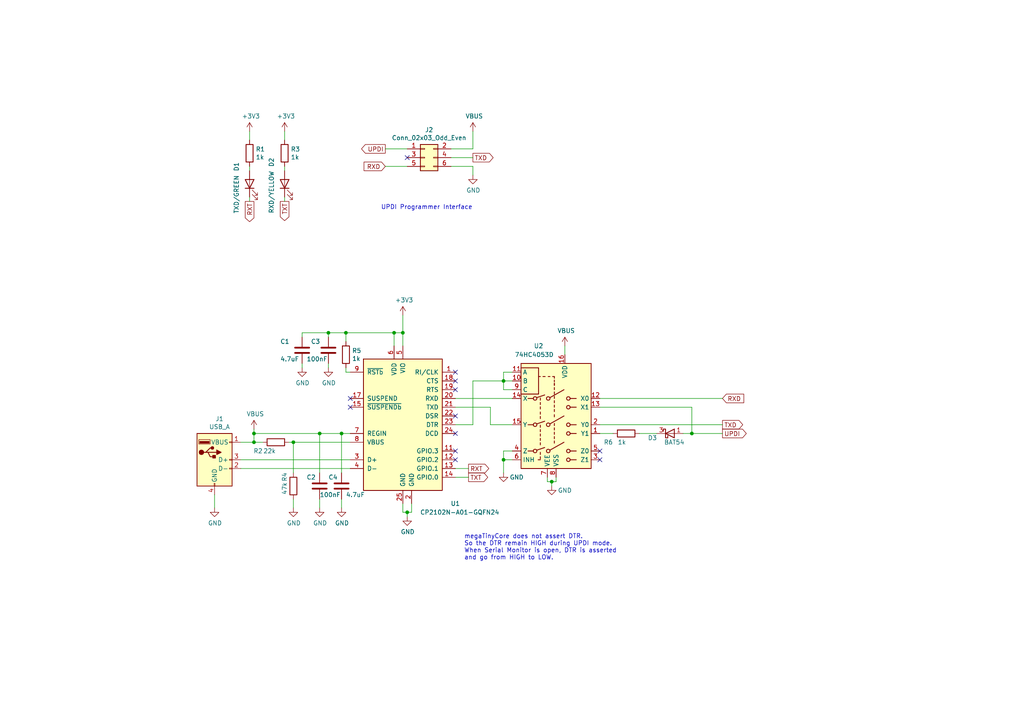
<source format=kicad_sch>
(kicad_sch (version 20211123) (generator eeschema)
  (paper "A4")
  (title_block (title "tinyUPID with UART") (date "2022-03-22") (rev "1.1") (company "Tech Studio Design LLP") (comment 1 "https://www.techstudio.design/support") (comment 2 "Product Part No: TSDAVR103-0101") (comment 3 "Copyright - Tech Studio Design LLP, 2022") (comment 4 "Henry Cheung"))
  (lib_symbols
    (symbol "Connector_Generic:Conn_02x03_Odd_Even" (pin_names (offset 1.016) hide)
      (property "Reference" "J" (at 1.27 5.08 0))
      (property "Value" "Conn_02x03_Odd_Even" (at 1.27 -5.08 0))
      (symbol "Conn_02x03_Odd_Even_1_1"
        (rectangle (start -1.27 -2.413) (end 0 -2.667) (stroke (width 0.1524)))
        (rectangle (start -1.27 0.127) (end 0 -0.127) (stroke (width 0.1524)))
        (rectangle (start -1.27 2.667) (end 0 2.413) (stroke (width 0.1524)))
        (rectangle (start -1.27 3.81) (end 3.81 -3.81) (stroke (width 0.254)) (fill (type background)))
        (rectangle (start 3.81 -2.413) (end 2.54 -2.667) (stroke (width 0.1524)))
        (rectangle (start 3.81 0.127) (end 2.54 -0.127) (stroke (width 0.1524)))
        (rectangle (start 3.81 2.667) (end 2.54 2.413) (stroke (width 0.1524)))
        (pin passive line (at -5.08 2.54 0) (length 3.81) (name "Pin_1") (number "1"))
        (pin passive line (at 7.62 2.54 180) (length 3.81) (name "Pin_2") (number "2"))
        (pin passive line (at -5.08 0 0) (length 3.81) (name "Pin_3") (number "3"))
        (pin passive line (at 7.62 0 180) (length 3.81) (name "Pin_4") (number "4"))
        (pin passive line (at -5.08 -2.54 0) (length 3.81) (name "Pin_5") (number "5"))
        (pin passive line (at 7.62 -2.54 180) (length 3.81) (name "Pin_6") (number "6"))
      )
    )
    (symbol "Device:C" (pin_numbers hide) (pin_names (offset 0.254))
      (property "Reference" "C" (at 0.635 2.54 0))
      (property "Value" "C" (at 0.635 -2.54 0))
      (symbol "C_0_1"
        (polyline (pts (xy -2.032 -0.762) (xy 2.032 -0.762)) (stroke (width 0.508)))
        (polyline (pts (xy -2.032 0.762) (xy 2.032 0.762)) (stroke (width 0.508)))
      )
      (symbol "C_1_1"
        (pin passive line (at 0 3.81 270) (length 2.794) (name "~") (number "1"))
        (pin passive line (at 0 -3.81 90) (length 2.794) (name "~") (number "2"))
      )
    )
    (symbol "Device:LED" (pin_numbers hide) (pin_names (offset 1.016) hide)
      (property "Reference" "D" (at 0 2.54 0))
      (property "Value" "LED" (at 0 -2.54 0))
      (symbol "LED_0_1"
        (polyline (pts (xy -1.27 -1.27) (xy -1.27 1.27)) (stroke (width 0.254)))
        (polyline (pts (xy -1.27 0) (xy 1.27 0)))
        (polyline (pts (xy 1.27 -1.27) (xy 1.27 1.27) (xy -1.27 0) (xy 1.27 -1.27)) (stroke (width 0.254)))
        (polyline (pts (xy -3.048 -0.762) (xy -4.572 -2.286) (xy -3.81 -2.286) (xy -4.572 -2.286) (xy -4.572 -1.524)))
        (polyline (pts (xy -1.778 -0.762) (xy -3.302 -2.286) (xy -2.54 -2.286) (xy -3.302 -2.286) (xy -3.302 -1.524)))
      )
      (symbol "LED_1_1"
        (pin passive line (at -3.81 0 0) (length 2.54) (name "K") (number "1"))
        (pin passive line (at 3.81 0 180) (length 2.54) (name "A") (number "2"))
      )
    )
    (symbol "Device:R" (pin_numbers hide) (pin_names (offset 0))
      (property "Reference" "R" (at 2.032 0 90))
      (property "Value" "R" (at 0 0 90))
      (symbol "R_0_1"
        (rectangle (start -1.016 -2.54) (end 1.016 2.54) (stroke (width 0.254)))
      )
      (symbol "R_1_1"
        (pin passive line (at 0 3.81 270) (length 1.27) (name "~") (number "1"))
        (pin passive line (at 0 -3.81 90) (length 1.27) (name "~") (number "2"))
      )
    )
    (symbol "Diode:BAT54W" (pin_names (offset 1.016) hide)
      (property "Reference" "D" (at 0 2.54 0))
      (property "Value" "BAT54W" (at 0 -2.54 0))
      (symbol "BAT54W_0_1"
        (polyline (pts (xy 1.27 0) (xy -1.27 0)))
        (polyline (pts (xy 1.27 1.27) (xy 1.27 -1.27) (xy -1.27 0) (xy 1.27 1.27)) (stroke (width 0.254)))
        (polyline (pts (xy -1.905 0.635) (xy -1.905 1.27) (xy -1.27 1.27) (xy -1.27 -1.27) (xy -0.635 -1.27) (xy -0.635 -0.635)) (stroke (width 0.254)))
      )
      (symbol "BAT54W_1_1"
        (pin passive line (at 3.81 0 180) (length 2.54) (name "A") (number "1"))
        (pin no_connect line (at 0 0 90) (length 2.54) hide (name "NC") (number "2"))
        (pin passive line (at -3.81 0 0) (length 2.54) (name "K") (number "3"))
      )
    )
    (symbol "power:GND" (power) (pin_names (offset 0))
      (property "Value" "GND" (at 0 -3.81 0))
      (symbol "GND_0_1"
        (polyline (pts (xy 0 0) (xy 0 -1.27) (xy 1.27 -1.27) (xy 0 -2.54) (xy -1.27 -1.27) (xy 0 -1.27)))
      )
      (symbol "GND_1_1"
        (pin power_in line (at 0 0 270) (length 0) hide (name "GND") (number "1"))
      )
    )
    (symbol "power:VBUS" (power) (pin_names (offset 0))
      (property "Value" "VBUS" (at 0 3.81 0))
      (symbol "VBUS_0_1"
        (polyline (pts (xy -0.762 1.27) (xy 0 2.54)))
        (polyline (pts (xy 0 0) (xy 0 2.54)))
        (polyline (pts (xy 0 2.54) (xy 0.762 1.27)))
      )
      (symbol "VBUS_1_1"
        (pin power_in line (at 0 0 90) (length 0) hide (name "VBUS") (number "1"))
      )
    )
    (symbol "tinyUPDI-rescue:+3.3V-power" (power) (pin_names (offset 0))
      (property "Value" "+3.3V-power" (at 0 3.556 0))
      (symbol "+3.3V-power_0_1"
        (polyline (pts (xy -0.762 1.27) (xy 0 2.54)))
        (polyline (pts (xy 0 0) (xy 0 2.54)))
        (polyline (pts (xy 0 2.54) (xy 0.762 1.27)))
      )
      (symbol "+3.3V-power_1_1"
        (pin power_in line (at 0 0 90) (length 0) hide (name "+3V3") (number "1"))
      )
    )
    (symbol "tinyUPDI-rescue:CD4053B-Analog_Switch"
      (property "Reference" "U" (at -10.16 16.51 0))
      (property "Value" "CD4053B-Analog_Switch" (at 3.81 16.51 0))
      (symbol "CD4053B-Analog_Switch_0_1"
        (rectangle (start -10.16 6.35) (end -5.08 13.97) (stroke (width 0.254)))
        (rectangle (start -10.16 15.24) (end 10.16 -15.24) (stroke (width 0.254)) (fill (type background)))
        (circle (center -6.096 -10.16) (radius 0.508) (stroke (width 0.254)))
        (circle (center -6.096 -2.54) (radius 0.508) (stroke (width 0.254)))
        (circle (center -6.096 5.08) (radius 0.508) (stroke (width 0.254)))
        (circle (center -2.286 -10.16) (radius 0.508) (stroke (width 0.254)))
        (circle (center -2.286 -2.54) (radius 0.508) (stroke (width 0.254)))
        (circle (center -2.286 5.08) (radius 0.508) (stroke (width 0.254)))
        (polyline (pts (xy -8.128 -10.16) (xy -6.604 -10.16)) (stroke (width 0.254)))
        (polyline (pts (xy -8.128 -2.54) (xy -6.604 -2.54)) (stroke (width 0.254)))
        (polyline (pts (xy -8.128 5.08) (xy -6.604 5.08)) (stroke (width 0.254)))
        (polyline (pts (xy -5.588 -9.906) (xy -3.302 -9.144)) (stroke (width 0.254)))
        (polyline (pts (xy -5.588 -2.286) (xy -3.302 -1.524)) (stroke (width 0.254)))
        (polyline (pts (xy -5.588 5.334) (xy -3.302 6.096)) (stroke (width 0.254)))
        (polyline (pts (xy -4.572 -12.7) (xy -5.207 -12.7)) (stroke (width 0.254)))
        (polyline (pts (xy -4.572 -12.446) (xy -4.572 -11.811)) (stroke (width 0.254)))
        (polyline (pts (xy -4.572 -11.176) (xy -4.572 -10.541)) (stroke (width 0.254)))
        (polyline (pts (xy -4.572 -8.382) (xy -4.572 -7.747)) (stroke (width 0.254)))
        (polyline (pts (xy -4.572 -7.112) (xy -4.572 -6.477)) (stroke (width 0.254)))
        (polyline (pts (xy -4.572 -5.842) (xy -4.572 -5.207)) (stroke (width 0.254)))
        (polyline (pts (xy -4.572 -4.572) (xy -4.572 -3.937)) (stroke (width 0.254)))
        (polyline (pts (xy -4.572 -3.302) (xy -4.572 -2.667)) (stroke (width 0.254)))
        (polyline (pts (xy -4.572 -0.762) (xy -4.572 -0.127)) (stroke (width 0.254)))
        (polyline (pts (xy -4.572 0.508) (xy -4.572 1.143)) (stroke (width 0.254)))
        (polyline (pts (xy -4.572 2.032) (xy -4.572 2.667)) (stroke (width 0.254)))
        (polyline (pts (xy -4.572 3.302) (xy -4.572 3.937)) (stroke (width 0.254)))
        (polyline (pts (xy -4.572 4.572) (xy -4.572 5.207)) (stroke (width 0.254)))
        (polyline (pts (xy -4.572 11.43) (xy -5.08 11.43)) (stroke (width 0.254)))
        (polyline (pts (xy -3.81 11.43) (xy -3.175 11.43)) (stroke (width 0.254)))
        (polyline (pts (xy -1.778 -9.906) (xy 2.286 -7.62)) (stroke (width 0.254)))
        (polyline (pts (xy -1.778 -2.286) (xy 2.286 0)) (stroke (width 0.254)))
        (polyline (pts (xy -1.778 5.334) (xy 2.286 7.62)) (stroke (width 0.254)))
        (polyline (pts (xy -1.778 11.43) (xy -2.286 11.43)) (stroke (width 0.254)))
        (polyline (pts (xy -0.508 -7.874) (xy -0.508 -7.239)) (stroke (width 0.254)))
        (polyline (pts (xy -0.508 -6.604) (xy -0.508 -5.969)) (stroke (width 0.254)))
        (polyline (pts (xy -0.508 -5.334) (xy -0.508 -4.699)) (stroke (width 0.254)))
        (polyline (pts (xy -0.508 -4.064) (xy -0.508 -3.429)) (stroke (width 0.254)))
        (polyline (pts (xy -0.508 -2.794) (xy -0.508 -2.159)) (stroke (width 0.254)))
        (polyline (pts (xy -0.508 -0.254) (xy -0.508 0.381)) (stroke (width 0.254)))
        (polyline (pts (xy -0.508 1.27) (xy -0.508 1.905)) (stroke (width 0.254)))
        (polyline (pts (xy -0.508 2.54) (xy -0.508 3.175)) (stroke (width 0.254)))
        (polyline (pts (xy -0.508 3.81) (xy -0.508 4.445)) (stroke (width 0.254)))
        (polyline (pts (xy -0.508 5.08) (xy -0.508 5.715)) (stroke (width 0.254)))
        (polyline (pts (xy -0.508 6.35) (xy -0.508 6.985)) (stroke (width 0.254)))
        (polyline (pts (xy -0.508 7.62) (xy -0.508 8.255)) (stroke (width 0.254)))
        (polyline (pts (xy -0.508 8.89) (xy -0.508 9.398)) (stroke (width 0.254)))
        (polyline (pts (xy -0.508 8.89) (xy -0.508 9.525)) (stroke (width 0.254)))
        (polyline (pts (xy -0.508 9.906) (xy -0.508 10.414)) (stroke (width 0.254)))
        (polyline (pts (xy -0.508 10.922) (xy -0.508 11.43)) (stroke (width 0.254)))
        (polyline (pts (xy -0.508 11.43) (xy -1.016 11.43)) (stroke (width 0.254)))
        (polyline (pts (xy 4.064 -12.7) (xy 5.842 -12.7)) (stroke (width 0.254)))
        (polyline (pts (xy 4.064 -10.16) (xy 5.842 -10.16)) (stroke (width 0.254)))
        (polyline (pts (xy 4.064 -5.08) (xy 5.842 -5.08)) (stroke (width 0.254)))
        (polyline (pts (xy 4.064 -2.54) (xy 5.842 -2.54)) (stroke (width 0.254)))
        (polyline (pts (xy 4.064 2.54) (xy 5.842 2.54)) (stroke (width 0.254)))
        (polyline (pts (xy 4.064 5.08) (xy 5.842 5.08)) (stroke (width 0.254)))
        (circle (center 3.556 -12.7) (radius 0.508) (stroke (width 0.254)))
        (circle (center 3.556 -10.16) (radius 0.508) (stroke (width 0.254)))
        (circle (center 3.556 -5.08) (radius 0.508) (stroke (width 0.254)))
        (circle (center 3.556 -2.54) (radius 0.508) (stroke (width 0.254)))
        (circle (center 3.556 2.54) (radius 0.508) (stroke (width 0.254)))
        (circle (center 3.556 5.08) (radius 0.508) (stroke (width 0.254)))
      )
      (symbol "CD4053B-Analog_Switch_1_1"
        (pin bidirectional line (at 12.7 -5.08 180) (length 2.54) (name "Y1") (number "1"))
        (pin input line (at -12.7 10.16 0) (length 2.54) (name "B") (number "10"))
        (pin input line (at -12.7 12.7 0) (length 2.54) (name "A") (number "11"))
        (pin bidirectional line (at 12.7 5.08 180) (length 2.54) (name "X0") (number "12"))
        (pin bidirectional line (at 12.7 2.54 180) (length 2.54) (name "X1") (number "13"))
        (pin bidirectional line (at -12.7 5.08 0) (length 2.54) (name "X") (number "14"))
        (pin bidirectional line (at -12.7 -2.54 0) (length 2.54) (name "Y") (number "15"))
        (pin power_in line (at 2.54 17.78 270) (length 2.54) (name "VDD") (number "16"))
        (pin bidirectional line (at 12.7 -2.54 180) (length 2.54) (name "Y0") (number "2"))
        (pin bidirectional line (at 12.7 -12.7 180) (length 2.54) (name "Z1") (number "3"))
        (pin bidirectional line (at -12.7 -10.16 0) (length 2.54) (name "Z") (number "4"))
        (pin bidirectional line (at 12.7 -10.16 180) (length 2.54) (name "Z0") (number "5"))
        (pin input line (at -12.7 -12.7 0) (length 2.54) (name "INH") (number "6"))
        (pin power_in line (at -2.54 -17.78 90) (length 2.54) (name "VEE") (number "7"))
        (pin power_in line (at 0 -17.78 90) (length 2.54) (name "VSS") (number "8"))
        (pin input line (at -12.7 7.62 0) (length 2.54) (name "C") (number "9"))
      )
    )
    (symbol "tinyUPDI-rescue:CP2102N-A01-GQFN24-Interface_USB" (pin_names (offset 1.016))
      (property "Reference" "U" (at -5.08 22.225 0))
      (property "Value" "CP2102N-A01-GQFN24-Interface_USB" (at -5.08 20.32 0))
      (symbol "CP2102N-A01-GQFN24-Interface_USB_0_1"
        (rectangle (start -11.43 19.05) (end 11.43 -19.05) (stroke (width 0.254)) (fill (type background)))
      )
      (symbol "CP2102N-A01-GQFN24-Interface_USB_1_1"
        (pin bidirectional line (at 15.24 15.24 180) (length 3.81) (name "RI/CLK") (number "1"))
        (pin no_connect line (at 10.16 -22.86 90) (length 3.81) hide (name "NC") (number "10"))
        (pin bidirectional line (at 15.24 -7.62 180) (length 3.81) (name "GPIO.3") (number "11"))
        (pin bidirectional line (at 15.24 -10.16 180) (length 3.81) (name "GPIO.2") (number "12"))
        (pin bidirectional line (at 15.24 -12.7 180) (length 3.81) (name "GPIO.1") (number "13"))
        (pin bidirectional line (at 15.24 -15.24 180) (length 3.81) (name "GPIO.0") (number "14"))
        (pin output line (at -15.24 5.08 0) (length 3.81) (name "~{SUSPENDb}") (number "15"))
        (pin no_connect line (at 7.62 -22.86 90) (length 3.81) hide (name "NC") (number "16"))
        (pin output line (at -15.24 7.62 0) (length 3.81) (name "SUSPEND") (number "17"))
        (pin input line (at 15.24 12.7 180) (length 3.81) (name "CTS") (number "18"))
        (pin output line (at 15.24 10.16 180) (length 3.81) (name "RTS") (number "19"))
        (pin power_in line (at 2.54 -22.86 90) (length 3.81) (name "GND") (number "2"))
        (pin input line (at 15.24 7.62 180) (length 3.81) (name "RXD") (number "20"))
        (pin output line (at 15.24 5.08 180) (length 3.81) (name "TXD") (number "21"))
        (pin input line (at 15.24 2.54 180) (length 3.81) (name "DSR") (number "22"))
        (pin output line (at 15.24 0 180) (length 3.81) (name "DTR") (number "23"))
        (pin input line (at 15.24 -2.54 180) (length 3.81) (name "DCD") (number "24"))
        (pin power_in line (at 0 -22.86 90) (length 3.81) (name "GND") (number "25"))
        (pin bidirectional line (at -15.24 -10.16 0) (length 3.81) (name "D+") (number "3"))
        (pin bidirectional line (at -15.24 -12.7 0) (length 3.81) (name "D-") (number "4"))
        (pin power_in line (at 0 22.86 270) (length 3.81) (name "VIO") (number "5"))
        (pin power_in line (at -2.54 22.86 270) (length 3.81) (name "VDD") (number "6"))
        (pin power_in line (at -15.24 -2.54 0) (length 3.81) (name "REGIN") (number "7"))
        (pin input line (at -15.24 -5.08 0) (length 3.81) (name "VBUS") (number "8"))
        (pin input line (at -15.24 15.24 0) (length 3.81) (name "~{RSTb}") (number "9"))
      )
    )
    (symbol "tinyUPDI-rescue:USB_A-Connector" (pin_names (offset 1.016))
      (property "Reference" "J" (at -5.08 11.43 0))
      (property "Value" "USB_A-Connector" (at -5.08 8.89 0))
      (symbol "USB_A-Connector_0_1"
        (rectangle (start -5.08 -7.62) (end 5.08 7.62) (stroke (width 0.254)) (fill (type background)))
        (circle (center -3.81 2.159) (radius 0.635) (stroke (width 0.254)) (fill (type outline)))
        (rectangle (start -1.524 4.826) (end -4.318 5.334) (fill (type outline)))
        (rectangle (start -1.27 4.572) (end -4.572 5.842))
        (circle (center -0.635 3.429) (radius 0.381) (stroke (width 0.254)) (fill (type outline)))
        (rectangle (start -0.127 -7.62) (end 0.127 -6.858))
        (polyline (pts (xy -3.175 2.159) (xy -2.54 2.159) (xy -1.27 3.429) (xy -0.635 3.429)) (stroke (width 0.254)))
        (polyline (pts (xy -2.54 2.159) (xy -1.905 2.159) (xy -1.27 0.889) (xy 0 0.889)) (stroke (width 0.254)))
        (polyline (pts (xy 0.635 2.794) (xy 0.635 1.524) (xy 1.905 2.159) (xy 0.635 2.794)) (stroke (width 0.254)) (fill (type outline)))
        (rectangle (start 0.254 1.27) (end -0.508 0.508) (stroke (width 0.254)) (fill (type outline)))
        (rectangle (start 5.08 -2.667) (end 4.318 -2.413))
        (rectangle (start 5.08 -0.127) (end 4.318 0.127))
        (rectangle (start 5.08 4.953) (end 4.318 5.207))
      )
      (symbol "USB_A-Connector_1_1"
        (polyline (pts (xy -1.905 2.159) (xy 0.635 2.159)) (stroke (width 0.254)))
        (pin power_in line (at 7.62 5.08 180) (length 2.54) (name "VBUS") (number "1"))
        (pin passive line (at 7.62 -2.54 180) (length 2.54) (name "D-") (number "2"))
        (pin passive line (at 7.62 0 180) (length 2.54) (name "D+") (number "3"))
        (pin power_in line (at 0 -10.16 90) (length 2.54) (name "GND") (number "4"))
        (pin no_connect line (at -2.54 -10.16 90) (length 2.54) hide (name "Shield") (number "5"))
      )
    )
  )
  (junction (at 146.05 110.49))
  (junction (at 146.05 133.35))
  (junction (at 160.02 139.7))
  (junction (at 200.66 125.73))
  (junction (at 118.11 148.59))
  (junction (at 116.84 96.52))
  (junction (at 73.66 125.73))
  (junction (at 73.66 128.27))
  (junction (at 100.33 96.52))
  (junction (at 95.25 96.52))
  (junction (at 114.3 96.52))
  (junction (at 85.09 128.27))
  (junction (at 92.71 125.73))
  (junction (at 99.06 125.73))
  (no_connect (at 173.99 130.81))
  (no_connect (at 132.08 120.65))
  (no_connect (at 132.08 133.35))
  (no_connect (at 118.11 45.72))
  (no_connect (at 132.08 125.73))
  (no_connect (at 132.08 130.81))
  (no_connect (at 132.08 110.49))
  (no_connect (at 101.6 118.11))
  (no_connect (at 132.08 113.03))
  (no_connect (at 101.6 115.57))
  (no_connect (at 173.99 133.35))
  (no_connect (at 132.08 107.95))
  (wire (pts (xy 73.66 125.73) (xy 92.71 125.73)))
  (wire (pts (xy 82.55 57.15) (xy 82.55 58.42)))
  (wire (pts (xy 137.16 48.26) (xy 137.16 50.8)))
  (wire (pts (xy 111.76 43.18) (xy 118.11 43.18)))
  (wire (pts (xy 69.85 133.35) (xy 101.6 133.35)))
  (wire (pts (xy 116.84 91.44) (xy 116.84 96.52)))
  (wire (pts (xy 116.84 148.59) (xy 118.11 148.59)))
  (wire (pts (xy 82.55 38.1) (xy 82.55 40.64)))
  (wire (pts (xy 135.89 138.43) (xy 132.08 138.43)))
  (wire (pts (xy 130.81 48.26) (xy 137.16 48.26)))
  (wire (pts (xy 137.16 110.49) (xy 146.05 110.49)))
  (wire (pts (xy 87.63 96.52) (xy 87.63 97.79)))
  (wire (pts (xy 100.33 96.52) (xy 100.33 99.06)))
  (wire (pts (xy 83.82 128.27) (xy 85.09 128.27)))
  (wire (pts (xy 100.33 106.68) (xy 100.33 107.95)))
  (wire (pts (xy 173.99 123.19) (xy 209.55 123.19)))
  (wire (pts (xy 116.84 146.05) (xy 116.84 148.59)))
  (wire (pts (xy 99.06 125.73) (xy 101.6 125.73)))
  (wire (pts (xy 73.66 124.46) (xy 73.66 125.73)))
  (wire (pts (xy 163.83 100.33) (xy 163.83 102.87)))
  (wire (pts (xy 130.81 43.18) (xy 137.16 43.18)))
  (wire (pts (xy 173.99 125.73) (xy 177.8 125.73)))
  (wire (pts (xy 198.12 125.73) (xy 200.66 125.73)))
  (wire (pts (xy 72.39 40.64) (xy 72.39 38.1)))
  (wire (pts (xy 142.24 118.11) (xy 142.24 123.19)))
  (wire (pts (xy 100.33 107.95) (xy 101.6 107.95)))
  (wire (pts (xy 95.25 96.52) (xy 100.33 96.52)))
  (wire (pts (xy 142.24 123.19) (xy 148.59 123.19)))
  (wire (pts (xy 73.66 125.73) (xy 73.66 128.27)))
  (wire (pts (xy 132.08 123.19) (xy 137.16 123.19)))
  (wire (pts (xy 160.02 139.7) (xy 161.29 139.7)))
  (wire (pts (xy 85.09 128.27) (xy 101.6 128.27)))
  (wire (pts (xy 146.05 133.35) (xy 146.05 137.16)))
  (wire (pts (xy 161.29 139.7) (xy 161.29 138.43)))
  (wire (pts (xy 85.09 144.78) (xy 85.09 147.32)))
  (wire (pts (xy 200.66 118.11) (xy 200.66 125.73)))
  (wire (pts (xy 99.06 125.73) (xy 99.06 137.16)))
  (wire (pts (xy 69.85 135.89) (xy 101.6 135.89)))
  (wire (pts (xy 146.05 107.95) (xy 146.05 110.49)))
  (wire (pts (xy 85.09 128.27) (xy 85.09 137.16)))
  (wire (pts (xy 160.02 139.7) (xy 160.02 140.97)))
  (wire (pts (xy 114.3 96.52) (xy 116.84 96.52)))
  (wire (pts (xy 100.33 96.52) (xy 114.3 96.52)))
  (wire (pts (xy 173.99 115.57) (xy 209.55 115.57)))
  (wire (pts (xy 146.05 110.49) (xy 146.05 113.03)))
  (wire (pts (xy 132.08 115.57) (xy 148.59 115.57)))
  (wire (pts (xy 72.39 49.53) (xy 72.39 48.26)))
  (wire (pts (xy 92.71 147.32) (xy 92.71 144.78)))
  (wire (pts (xy 146.05 113.03) (xy 148.59 113.03)))
  (wire (pts (xy 146.05 130.81) (xy 146.05 133.35)))
  (wire (pts (xy 137.16 123.19) (xy 137.16 110.49)))
  (wire (pts (xy 137.16 43.18) (xy 137.16 38.1)))
  (wire (pts (xy 132.08 118.11) (xy 142.24 118.11)))
  (wire (pts (xy 87.63 106.68) (xy 87.63 105.41)))
  (wire (pts (xy 92.71 125.73) (xy 92.71 137.16)))
  (wire (pts (xy 158.75 138.43) (xy 158.75 139.7)))
  (wire (pts (xy 130.81 45.72) (xy 137.16 45.72)))
  (wire (pts (xy 146.05 110.49) (xy 148.59 110.49)))
  (wire (pts (xy 99.06 147.32) (xy 99.06 144.78)))
  (wire (pts (xy 185.42 125.73) (xy 190.5 125.73)))
  (wire (pts (xy 92.71 125.73) (xy 99.06 125.73)))
  (wire (pts (xy 114.3 100.33) (xy 114.3 96.52)))
  (wire (pts (xy 95.25 96.52) (xy 95.25 97.79)))
  (wire (pts (xy 200.66 125.73) (xy 209.55 125.73)))
  (wire (pts (xy 69.85 128.27) (xy 73.66 128.27)))
  (wire (pts (xy 119.38 148.59) (xy 119.38 146.05)))
  (wire (pts (xy 62.23 147.32) (xy 62.23 143.51)))
  (wire (pts (xy 148.59 130.81) (xy 146.05 130.81)))
  (wire (pts (xy 87.63 96.52) (xy 95.25 96.52)))
  (wire (pts (xy 173.99 118.11) (xy 200.66 118.11)))
  (wire (pts (xy 148.59 107.95) (xy 146.05 107.95)))
  (wire (pts (xy 116.84 96.52) (xy 116.84 100.33)))
  (wire (pts (xy 135.89 135.89) (xy 132.08 135.89)))
  (wire (pts (xy 158.75 139.7) (xy 160.02 139.7)))
  (wire (pts (xy 72.39 58.42) (xy 72.39 57.15)))
  (wire (pts (xy 95.25 106.68) (xy 95.25 105.41)))
  (wire (pts (xy 148.59 133.35) (xy 146.05 133.35)))
  (wire (pts (xy 118.11 148.59) (xy 119.38 148.59)))
  (wire (pts (xy 118.11 148.59) (xy 118.11 149.86)))
  (wire (pts (xy 111.76 48.26) (xy 118.11 48.26)))
  (wire (pts (xy 73.66 128.27) (xy 76.2 128.27)))
  (wire (pts (xy 82.55 48.26) (xy 82.55 49.53)))
  (text "UPDI Programmer Interface" (at 110.49 60.96 0) (effects (font (size 1.27 1.27)) (justify left bottom)))
  (text "megaTinyCore does not assert DTR. \nSo the DTR remain HIGH during UPDI mode. \nWhen Serial Monitor is open, DTR is asserted \nand go from HIGH to LOW.\n" (at 134.62 162.56 0) (effects (font (size 1.27 1.27)) (justify left bottom)))
  (global_label "TXT" (shape output) (at 82.55 58.42 270) (property "Intersheet References" "${INTERSHEET_REFS}" (effects hide)))
  (global_label "UPDI" (shape output) (at 111.76 43.18 180) (property "Intersheet References" "${INTERSHEET_REFS}" (effects hide)))
  (global_label "TXD" (shape output) (at 209.55 123.19 0) (property "Intersheet References" "${INTERSHEET_REFS}" (effects hide)))
  (global_label "RXD" (shape input) (at 209.55 115.57 0) (property "Intersheet References" "${INTERSHEET_REFS}" (effects hide)))
  (global_label "RXD" (shape input) (at 111.76 48.26 180) (property "Intersheet References" "${INTERSHEET_REFS}" (effects hide)))
  (global_label "TXD" (shape output) (at 137.16 45.72 0) (property "Intersheet References" "${INTERSHEET_REFS}" (effects hide)))
  (global_label "RXT" (shape output) (at 135.89 135.89 0) (property "Intersheet References" "${INTERSHEET_REFS}" (effects hide)))
  (global_label "TXT" (shape output) (at 135.89 138.43 0) (property "Intersheet References" "${INTERSHEET_REFS}" (effects hide)))
  (global_label "UPDI" (shape output) (at 209.55 125.73 0) (property "Intersheet References" "${INTERSHEET_REFS}" (effects hide)))
  (global_label "RXT" (shape output) (at 72.39 58.42 270) (property "Intersheet References" "${INTERSHEET_REFS}" (effects hide)))
  (symbol (lib_id "Device:R") (at 181.61 125.73 90) (unit 1)
    (property "Reference" "R6" (at 177.8 128.27 90) (effects (justify left)))
    (property "Value" "1k" (at 181.61 128.27 90) (effects (justify left)))
    (property "Footprint" "Resistor_SMD:R_0603_1608Metric" (effects hide))
  )
  (symbol (lib_id "power:GND") (at 62.23 147.32 0) (unit 1)
    (property "Reference" "#PWR01" (effects hide))
    (property "Value" "GND" (at 62.357 151.7142 0))
  )
  (symbol (lib_id "power:GND") (at 118.11 149.86 0) (unit 1)
    (property "Reference" "#PWR011" (effects hide))
    (property "Value" "GND" (at 118.237 154.2542 0))
  )
  (symbol (lib_id "Connector_Generic:Conn_02x03_Odd_Even") (at 123.19 45.72 0) (unit 1)
    (property "Reference" "J2" (at 124.46 37.6682 0))
    (property "Value" "Conn_02x03_Odd_Even" (at 124.46 39.9796 0))
    (property "Footprint" "Connector_PinHeader_2.54mm:PinHeader_2x03_P2.54mm_Vertical" (effects hide))
  )
  (symbol (lib_id "power:GND") (at 137.16 50.8 0) (unit 1)
    (property "Reference" "#PWR013" (effects hide))
    (property "Value" "GND" (at 137.287 55.1942 0))
  )
  (symbol (lib_id "Diode:BAT54W") (at 194.31 125.73 0) (unit 1)
    (property "Reference" "D3" (at 189.23 127 0))
    (property "Value" "BAT54" (at 195.58 128.27 0))
    (property "Footprint" "Package_TO_SOT_SMD:SOT-23" (effects hide))
    (property "Datasheet" "https://assets.nexperia.com/documents/data-sheet/BAT54W_SER.pdf" (effects hide))
  )
  (symbol (lib_id "power:GND") (at 160.02 140.97 0) (unit 1)
    (property "Reference" "#PWR015" (effects hide))
    (property "Value" "GND" (at 163.83 142.24 0))
  )
  (symbol (lib_id "tinyUPDI-rescue:USB_A-Connector") (at 62.23 133.35 0) (unit 1)
    (property "Reference" "J1" (at 63.6778 121.4882 0))
    (property "Value" "USB_A" (at 63.6778 123.7996 0))
    (property "Footprint" "USB-05:USB-05_without_extend_silkscreen" (effects hide))
    (property "Datasheet" " ~" (effects hide))
  )
  (symbol (lib_id "Device:C") (at 92.71 140.97 0) (unit 1)
    (property "Reference" "C2" (at 88.9 138.43 0) (effects (justify left)))
    (property "Value" "100nF" (at 92.71 143.51 0) (effects (justify left)))
    (property "Footprint" "Capacitor_SMD:C_0603_1608Metric" (effects hide))
  )
  (symbol (lib_id "tinyUPDI-rescue:CD4053B-Analog_Switch") (at 161.29 120.65 0) (unit 1)
    (property "Reference" "U2" (at 156.21 100.33 0))
    (property "Value" "74HC4053D" (at 154.94 102.87 0))
    (property "Footprint" "Package_SO:SOIC-16_3.9x9.9mm_P1.27mm" (effects hide))
    (property "Datasheet" "http://www.ti.com/lit/ds/symlink/cd4052b.pdf" (effects hide))
  )
  (symbol (lib_id "tinyUPDI-rescue:CP2102N-A01-GQFN24-Interface_USB") (at 116.84 123.19 0) (unit 1)
    (property "Reference" "U1" (at 132.08 146.05 0))
    (property "Value" "CP2102N-A01-GQFN24" (at 133.35 148.59 0))
    (property "Footprint" "Package_DFN_QFN:QFN-24-1EP_4x4mm_P0.5mm_EP2.5x2.5mm" (effects hide))
    (property "Datasheet" "https://www.silabs.com/documents/public/data-sheets/cp2102n-datasheet.pdf" (effects hide))
  )
  (symbol (lib_id "power:GND") (at 92.71 147.32 0) (unit 1)
    (property "Reference" "#PWR07" (effects hide))
    (property "Value" "GND" (at 92.837 151.7142 0))
  )
  (symbol (lib_id "power:GND") (at 146.05 137.16 0) (unit 1)
    (property "Reference" "#PWR014" (effects hide))
    (property "Value" "GND" (at 149.86 138.43 0))
  )
  (symbol (lib_id "Device:R") (at 100.33 102.87 0) (unit 1)
    (property "Reference" "R5" (at 102.108 101.7016 0) (effects (justify left)))
    (property "Value" "1k" (at 102.108 104.013 0) (effects (justify left)))
    (property "Footprint" "Resistor_SMD:R_0603_1608Metric" (effects hide))
  )
  (symbol (lib_id "Device:R") (at 72.39 44.45 0) (unit 1)
    (property "Reference" "R1" (at 74.168 43.2816 0) (effects (justify left)))
    (property "Value" "1k" (at 74.168 45.593 0) (effects (justify left)))
    (property "Footprint" "Resistor_SMD:R_0603_1608Metric" (effects hide))
  )
  (symbol (lib_id "Device:R") (at 82.55 44.45 0) (unit 1)
    (property "Reference" "R3" (at 84.328 43.2816 0) (effects (justify left)))
    (property "Value" "1k" (at 84.328 45.593 0) (effects (justify left)))
    (property "Footprint" "Resistor_SMD:R_0603_1608Metric" (effects hide))
  )
  (symbol (lib_id "Device:LED") (at 72.39 53.34 90) (unit 1)
    (property "Reference" "D1" (at 68.58 46.99 0) (effects (justify right)))
    (property "Value" "TXD/GREEN" (at 68.58 50.8 0) (effects (justify right)))
    (property "Footprint" "LED_SMD:LED_0603_1608Metric_Pad1.05x0.95mm_HandSolder" (effects hide))
  )
  (symbol (lib_id "Device:LED") (at 82.55 53.34 90) (unit 1)
    (property "Reference" "D2" (at 78.74 45.72 0) (effects (justify right)))
    (property "Value" "RXD/YELLOW" (at 78.74 49.53 0) (effects (justify right)))
    (property "Footprint" "LED_SMD:LED_0603_1608Metric_Pad1.05x0.95mm_HandSolder" (effects hide))
  )
  (symbol (lib_id "Device:C") (at 87.63 101.6 0) (unit 1)
    (property "Reference" "C1" (at 81.28 99.06 0) (effects (justify left)))
    (property "Value" "4.7uF" (at 81.28 104.14 0) (effects (justify left)))
    (property "Footprint" "Capacitor_SMD:C_0603_1608Metric" (effects hide))
  )
  (symbol (lib_id "Device:C") (at 95.25 101.6 0) (unit 1)
    (property "Reference" "C3" (at 90.17 99.06 0) (effects (justify left)))
    (property "Value" "100nF" (at 88.9 104.14 0) (effects (justify left)))
    (property "Footprint" "Capacitor_SMD:C_0603_1608Metric" (effects hide))
  )
  (symbol (lib_id "power:GND") (at 87.63 106.68 0) (unit 1)
    (property "Reference" "#PWR06" (effects hide))
    (property "Value" "GND" (at 87.757 111.0742 0))
  )
  (symbol (lib_id "power:GND") (at 95.25 106.68 0) (unit 1)
    (property "Reference" "#PWR08" (effects hide))
    (property "Value" "GND" (at 95.377 111.0742 0))
  )
  (symbol (lib_id "Device:C") (at 99.06 140.97 0) (unit 1)
    (property "Reference" "C4" (at 95.25 138.43 0) (effects (justify left)))
    (property "Value" "4.7uF" (at 100.33 143.51 0) (effects (justify left)))
    (property "Footprint" "Capacitor_SMD:C_0603_1608Metric" (effects hide))
  )
  (symbol (lib_id "power:GND") (at 99.06 147.32 0) (unit 1)
    (property "Reference" "#PWR09" (effects hide))
    (property "Value" "GND" (at 99.187 151.7142 0))
  )
  (symbol (lib_id "tinyUPDI-rescue:+3.3V-power") (at 116.84 91.44 0) (unit 1)
    (property "Reference" "#PWR010" (effects hide))
    (property "Value" "+3.3V" (at 117.221 87.0458 0))
  )
  (symbol (lib_id "Device:R") (at 80.01 128.27 90) (unit 1)
    (property "Reference" "R2" (at 76.2 130.81 90) (effects (justify left)))
    (property "Value" "22k" (at 80.01 130.81 90) (effects (justify left)))
    (property "Footprint" "Resistor_SMD:R_0603_1608Metric" (effects hide))
  )
  (symbol (lib_id "Device:R") (at 85.09 140.97 0) (unit 1)
    (property "Reference" "R4" (at 82.55 139.7 90) (effects (justify left)))
    (property "Value" "47k" (at 82.55 143.51 90) (effects (justify left)))
    (property "Footprint" "Resistor_SMD:R_0603_1608Metric" (effects hide))
  )
  (symbol (lib_id "power:GND") (at 85.09 147.32 0) (unit 1)
    (property "Reference" "#PWR05" (effects hide))
    (property "Value" "GND" (at 85.217 151.7142 0))
  )
  (symbol (lib_id "power:VBUS") (at 163.83 100.33 0) (unit 1)
    (property "Reference" "#PWR016" (effects hide))
    (property "Value" "VBUS" (at 164.211 95.9358 0))
  )
  (symbol (lib_id "power:VBUS") (at 137.16 38.1 0) (unit 1)
    (property "Reference" "#PWR012" (effects hide))
    (property "Value" "VBUS" (at 137.541 33.7058 0))
  )
  (symbol (lib_id "power:VBUS") (at 73.66 124.46 0) (unit 1)
    (property "Reference" "#PWR03" (effects hide))
    (property "Value" "VBUS" (at 74.041 120.0658 0))
  )
  (symbol (lib_id "tinyUPDI-rescue:+3.3V-power") (at 72.39 38.1 0) (unit 1)
    (property "Reference" "#PWR02" (effects hide))
    (property "Value" "+3.3V" (at 72.771 33.7058 0))
  )
  (symbol (lib_id "tinyUPDI-rescue:+3.3V-power") (at 82.55 38.1 0) (unit 1)
    (property "Reference" "#PWR04" (effects hide))
    (property "Value" "+3.3V" (at 82.931 33.7058 0))
  )
)
</source>
